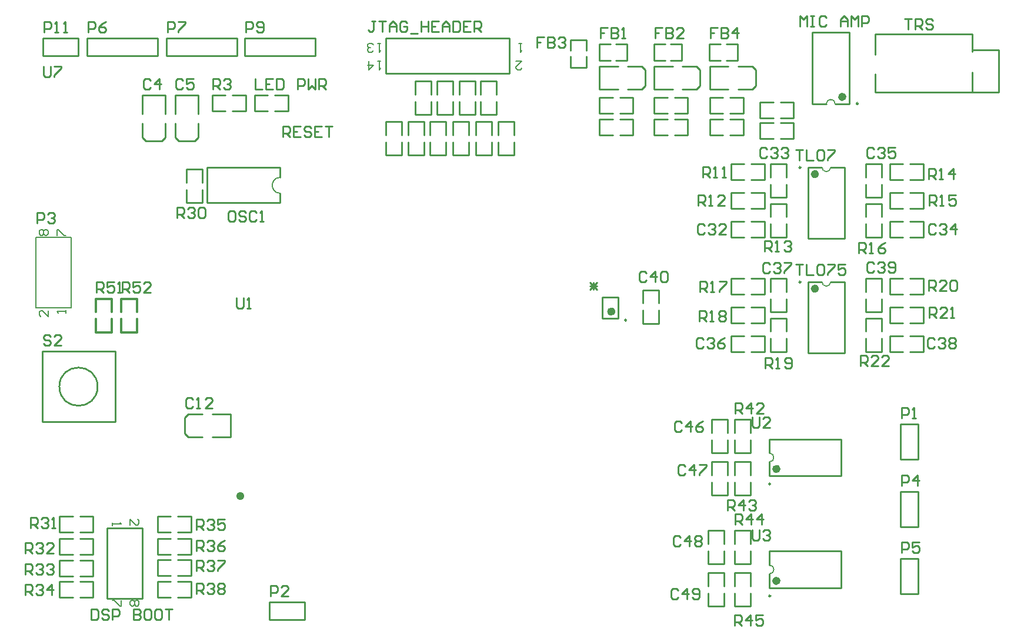
<source format=gto>
G04 Layer_Color=65535*
%FSLAX25Y25*%
%MOIN*%
G70*
G01*
G75*
%ADD25C,0.01000*%
%ADD36C,0.00600*%
%ADD37C,0.00984*%
%ADD38C,0.02362*%
%ADD39C,0.00787*%
%ADD40C,0.01200*%
%ADD41C,0.00800*%
%ADD42C,0.03500*%
D25*
X170478Y262376D02*
G03*
X170478Y262376I-10832J0D01*
G01*
X139173Y282298D02*
X180512D01*
X139173Y242298D02*
X180512D01*
X139173D02*
Y282298D01*
X180512Y242298D02*
Y282298D01*
X232661Y386640D02*
X274000D01*
X232661Y366955D02*
Y386640D01*
Y366955D02*
X274000D01*
Y381140D02*
Y386640D01*
Y366955D02*
Y372140D01*
X221000Y366640D02*
X230000D01*
X221000Y385640D02*
X230000D01*
Y366640D02*
Y374140D01*
X221000Y366640D02*
Y374140D01*
Y378140D02*
Y385640D01*
X230000Y378140D02*
Y385640D01*
X531500Y156640D02*
X540500D01*
X531500Y137640D02*
X540500D01*
X531500Y149140D02*
Y156640D01*
X540500Y149140D02*
Y156640D01*
Y137640D02*
Y145140D01*
X531500Y137640D02*
Y145140D01*
X516500Y156640D02*
X525500D01*
X516500Y137640D02*
X525500D01*
X516500Y149140D02*
Y156640D01*
X525500Y149140D02*
Y156640D01*
Y137640D02*
Y145140D01*
X516500Y137640D02*
Y145140D01*
Y180640D02*
X525500D01*
X516500Y161640D02*
X525500D01*
X516500Y173140D02*
Y180640D01*
X525500Y173140D02*
Y180640D01*
Y161640D02*
Y169140D01*
X516500Y161640D02*
Y169140D01*
X531500Y219640D02*
X540500D01*
X531500Y200640D02*
X540500D01*
X531500Y212140D02*
Y219640D01*
X540500Y212140D02*
Y219640D01*
Y200640D02*
Y208140D01*
X531500Y200640D02*
Y208140D01*
X518500Y219640D02*
X527500D01*
X518500Y200640D02*
X527500D01*
X518500Y212140D02*
Y219640D01*
X527500Y212140D02*
Y219640D01*
Y200640D02*
Y208140D01*
X518500Y200640D02*
Y208140D01*
Y243640D02*
X527500D01*
X518500Y224640D02*
X527500D01*
X518500Y236140D02*
Y243640D01*
X527500Y236140D02*
Y243640D01*
Y224640D02*
Y232140D01*
X518500Y224640D02*
Y232140D01*
X372000Y393640D02*
X381000D01*
X372000Y412640D02*
X381000D01*
Y393640D02*
Y401140D01*
X372000Y393640D02*
Y401140D01*
Y405140D02*
Y412640D01*
X381000Y405140D02*
Y412640D01*
X385000Y393640D02*
X394000D01*
X385000Y412640D02*
X394000D01*
Y393640D02*
Y401140D01*
X385000Y393640D02*
Y401140D01*
Y405140D02*
Y412640D01*
X394000Y405140D02*
Y412640D01*
X334000Y393640D02*
X343000D01*
X334000Y412640D02*
X343000D01*
Y393640D02*
Y401140D01*
X334000Y393640D02*
Y401140D01*
Y405140D02*
Y412640D01*
X343000Y405140D02*
Y412640D01*
X387500Y435640D02*
X396500D01*
X387500Y416640D02*
X396500D01*
X387500Y428140D02*
Y435640D01*
X396500Y428140D02*
Y435640D01*
Y416640D02*
Y424140D01*
X387500Y416640D02*
Y424140D01*
X397500Y393640D02*
X406500D01*
X397500Y412640D02*
X406500D01*
Y393640D02*
Y401140D01*
X397500Y393640D02*
Y401140D01*
Y405140D02*
Y412640D01*
X406500Y405140D02*
Y412640D01*
X346500Y393640D02*
X355500D01*
X346500Y412640D02*
X355500D01*
Y393640D02*
Y401140D01*
X346500Y393640D02*
Y401140D01*
Y405140D02*
Y412640D01*
X355500Y405140D02*
Y412640D01*
X359000D02*
X368000D01*
X359000Y393640D02*
X368000D01*
X359000Y405140D02*
Y412640D01*
X368000Y405140D02*
Y412640D01*
Y393640D02*
Y401140D01*
X359000Y393640D02*
Y401140D01*
X350500Y416640D02*
X359500D01*
X350500Y435640D02*
X359500D01*
Y416640D02*
Y424140D01*
X350500Y416640D02*
Y424140D01*
Y428140D02*
Y435640D01*
X359500Y428140D02*
Y435640D01*
X363000Y416640D02*
X372000D01*
X363000Y435640D02*
X372000D01*
Y416640D02*
Y424140D01*
X363000Y416640D02*
Y424140D01*
Y428140D02*
Y435640D01*
X372000Y428140D02*
Y435640D01*
X227500Y417140D02*
Y427640D01*
X214500Y417140D02*
Y427640D01*
X227500Y403640D02*
Y411640D01*
X214500Y403640D02*
Y411640D01*
Y427640D02*
X227500D01*
X216500Y401640D02*
X225500D01*
X214500Y403640D02*
X216500Y401640D01*
X225500D02*
X227500Y403640D01*
X278500Y418640D02*
Y427640D01*
X259500Y418640D02*
Y427640D01*
X271000D02*
X278500D01*
X271000Y418640D02*
X278500D01*
X259500D02*
X267000D01*
X259500Y427640D02*
X267000D01*
X254500Y418640D02*
Y427640D01*
X235500Y418640D02*
Y427640D01*
X247000D02*
X254500D01*
X247000Y418640D02*
X254500D01*
X235500D02*
X243000D01*
X235500Y427640D02*
X243000D01*
X501542Y447593D02*
Y456648D01*
X485794Y447593D02*
Y456648D01*
X495243Y447593D02*
X501542D01*
X485794D02*
X492093D01*
X495243Y456648D02*
X501542D01*
X485794D02*
X492093D01*
X470542Y447593D02*
Y456648D01*
X454794Y447593D02*
Y456648D01*
X464243Y447593D02*
X470542D01*
X454794D02*
X461093D01*
X464243Y456648D02*
X470542D01*
X454794D02*
X461093D01*
X486000Y444121D02*
X496500D01*
X486000Y431121D02*
X496500D01*
X502000Y444121D02*
X510000D01*
X502000Y431121D02*
X510000D01*
X486000D02*
Y444121D01*
X512000Y433121D02*
Y442121D01*
X510000Y431121D02*
X512000Y433121D01*
X510000Y444121D02*
X512000Y442121D01*
X505000Y405121D02*
Y414121D01*
X486000Y405121D02*
Y414121D01*
X497500D02*
X505000D01*
X497500Y405121D02*
X505000D01*
X486000D02*
X493500D01*
X486000Y414121D02*
X493500D01*
X505000Y417621D02*
Y426621D01*
X486000Y417621D02*
Y426621D01*
X497500D02*
X505000D01*
X497500Y417621D02*
X505000D01*
X486000D02*
X493500D01*
X486000Y426621D02*
X493500D01*
X533042Y447593D02*
Y456648D01*
X517294Y447593D02*
Y456648D01*
X526743Y447593D02*
X533042D01*
X517294D02*
X523593D01*
X526743Y456648D02*
X533042D01*
X517294D02*
X523593D01*
X517500Y444121D02*
X528000D01*
X517500Y431121D02*
X528000D01*
X533500Y444121D02*
X541500D01*
X533500Y431121D02*
X541500D01*
X517500D02*
Y444121D01*
X543500Y433121D02*
Y442121D01*
X541500Y431121D02*
X543500Y433121D01*
X541500Y444121D02*
X543500Y442121D01*
X235500Y233640D02*
X246000D01*
X235500Y246640D02*
X246000D01*
X222000Y233640D02*
X230000D01*
X222000Y246640D02*
X230000D01*
X246000Y233640D02*
Y246640D01*
X220000Y235640D02*
Y244640D01*
X222000Y246640D01*
X220000Y235640D02*
X222000Y233640D01*
X536500Y405121D02*
Y414121D01*
X517500Y405121D02*
Y414121D01*
X529000D02*
X536500D01*
X529000Y405121D02*
X536500D01*
X517500D02*
X525000D01*
X517500Y414121D02*
X525000D01*
X536500Y417621D02*
Y426621D01*
X517500Y417621D02*
Y426621D01*
X529000D02*
X536500D01*
X529000Y417621D02*
X536500D01*
X517500D02*
X525000D01*
X517500Y426621D02*
X525000D01*
X531500Y180640D02*
X540500D01*
X531500Y161640D02*
X540500D01*
X531500Y173140D02*
Y180640D01*
X540500Y173140D02*
Y180640D01*
Y161640D02*
Y169140D01*
X531500Y161640D02*
Y169140D01*
Y243640D02*
X540500D01*
X531500Y224640D02*
X540500D01*
X531500Y236140D02*
Y243640D01*
X540500Y236140D02*
Y243640D01*
Y224640D02*
Y232140D01*
X531500Y224640D02*
Y232140D01*
X288000Y130140D02*
Y140140D01*
X268000Y130140D02*
X288000D01*
X268000D02*
Y140140D01*
X288000D01*
X625500Y221140D02*
X635500D01*
X625500D02*
Y241140D01*
X635500D01*
Y221140D02*
Y241140D01*
X159500Y450140D02*
Y460140D01*
X139500Y450140D02*
X159500D01*
X139500D02*
Y460140D01*
X159500D01*
X625500Y164640D02*
X635500D01*
Y144640D02*
Y164640D01*
X625500Y144640D02*
X635500D01*
X625500D02*
Y164640D01*
Y182890D02*
X635500D01*
X625500D02*
Y202890D01*
X635500D01*
Y182890D02*
Y202890D01*
X254000Y450140D02*
Y460140D01*
X294000D01*
X254000Y450140D02*
X294000D01*
Y460140D01*
X209500Y450140D02*
Y460140D01*
X249500D01*
X209500Y450140D02*
X249500D01*
Y460140D01*
X164500Y450140D02*
Y460140D01*
X204500D01*
X164500Y450140D02*
X204500D01*
Y460140D01*
X465528Y301038D02*
Y313243D01*
X456472Y301038D02*
Y313243D01*
Y301038D02*
X465528D01*
X456472Y313243D02*
X465528D01*
X596433Y422865D02*
Y463416D01*
X575567Y422865D02*
Y463416D01*
X588500Y422865D02*
X596433D01*
X575567D02*
X583500D01*
X575567Y463416D02*
X596433D01*
X209000Y417140D02*
Y427640D01*
X196000Y417140D02*
Y427640D01*
X209000Y403640D02*
Y411640D01*
X196000Y403640D02*
Y411640D01*
Y427640D02*
X209000D01*
X198000Y401640D02*
X207000D01*
X196000Y403640D02*
X198000Y401640D01*
X207000D02*
X209000Y403640D01*
X573067Y281365D02*
Y321916D01*
X593933Y281365D02*
Y321916D01*
X573067D02*
X581000D01*
X586000D02*
X593933D01*
X573067Y281365D02*
X593933D01*
X606000Y323640D02*
X615000D01*
X606000Y304640D02*
X615000D01*
X606000Y316140D02*
Y323640D01*
X615000Y316140D02*
Y323640D01*
Y304640D02*
Y312140D01*
X606000Y304640D02*
Y312140D01*
X548500Y282140D02*
Y291140D01*
X529500Y282140D02*
Y291140D01*
X541000D02*
X548500D01*
X541000Y282140D02*
X548500D01*
X529500D02*
X537000D01*
X529500Y291140D02*
X537000D01*
X552000Y282140D02*
X561000D01*
X552000Y301140D02*
X561000D01*
Y282140D02*
Y289640D01*
X552000Y282140D02*
Y289640D01*
Y293640D02*
Y301140D01*
X561000Y293640D02*
Y301140D01*
X548500Y298390D02*
Y307390D01*
X529500Y298390D02*
Y307390D01*
X541000D02*
X548500D01*
X541000Y298390D02*
X548500D01*
X529500D02*
X537000D01*
X529500Y307390D02*
X537000D01*
X619500Y282140D02*
Y291140D01*
X638500Y282140D02*
Y291140D01*
X619500Y282140D02*
X627000D01*
X619500Y291140D02*
X627000D01*
X631000D02*
X638500D01*
X631000Y282140D02*
X638500D01*
X606000D02*
X615000D01*
X606000Y301140D02*
X615000D01*
Y282140D02*
Y289640D01*
X606000Y282140D02*
Y289640D01*
Y293640D02*
Y301140D01*
X615000Y293640D02*
Y301140D01*
X619500Y298390D02*
Y307390D01*
X638500Y298390D02*
Y307390D01*
X619500Y298390D02*
X627000D01*
X619500Y307390D02*
X627000D01*
X631000D02*
X638500D01*
X631000Y298390D02*
X638500D01*
X546000Y414640D02*
Y423640D01*
X565000Y414640D02*
Y423640D01*
X546000Y414640D02*
X553500D01*
X546000Y423640D02*
X553500D01*
X557500D02*
X565000D01*
X557500Y414640D02*
X565000D01*
X573067Y346365D02*
Y386916D01*
X593933Y346365D02*
Y386916D01*
X573067D02*
X581000D01*
X586000D02*
X593933D01*
X573067Y346365D02*
X593933D01*
X606000Y388640D02*
X615000D01*
X606000Y369640D02*
X615000D01*
X606000Y381140D02*
Y388640D01*
X615000Y381140D02*
Y388640D01*
Y369640D02*
Y377140D01*
X606000Y369640D02*
Y377140D01*
Y347140D02*
X615000D01*
X606000Y366140D02*
X615000D01*
Y347140D02*
Y354640D01*
X606000Y347140D02*
Y354640D01*
Y358640D02*
Y366140D01*
X615000Y358640D02*
Y366140D01*
X529500Y363390D02*
Y372390D01*
X548500Y363390D02*
Y372390D01*
X529500Y363390D02*
X537000D01*
X529500Y372390D02*
X537000D01*
X541000D02*
X548500D01*
X541000Y363390D02*
X548500D01*
X552000Y347140D02*
X561000D01*
X552000Y366140D02*
X561000D01*
Y347140D02*
Y354640D01*
X552000Y347140D02*
Y354640D01*
Y358640D02*
Y366140D01*
X561000Y358640D02*
Y366140D01*
X548500Y347140D02*
Y356140D01*
X529500Y347140D02*
Y356140D01*
X541000D02*
X548500D01*
X541000Y347140D02*
X548500D01*
X529500D02*
X537000D01*
X529500Y356140D02*
X537000D01*
X619500Y347140D02*
Y356140D01*
X638500Y347140D02*
Y356140D01*
X619500Y347140D02*
X627000D01*
X619500Y356140D02*
X627000D01*
X631000D02*
X638500D01*
X631000Y347140D02*
X638500D01*
X619500Y363390D02*
Y372390D01*
X638500Y363390D02*
Y372390D01*
X619500Y363390D02*
X627000D01*
X619500Y372390D02*
X627000D01*
X631000D02*
X638500D01*
X631000Y363390D02*
X638500D01*
X529500Y314640D02*
Y323640D01*
X548500Y314640D02*
Y323640D01*
X529500Y314640D02*
X537000D01*
X529500Y323640D02*
X537000D01*
X541000D02*
X548500D01*
X541000Y314640D02*
X548500D01*
X552000Y323640D02*
X561000D01*
X552000Y304640D02*
X561000D01*
X552000Y316140D02*
Y323640D01*
X561000Y316140D02*
Y323640D01*
Y304640D02*
Y312140D01*
X552000Y304640D02*
Y312140D01*
X529500Y379640D02*
Y388640D01*
X548500Y379640D02*
Y388640D01*
X529500Y379640D02*
X537000D01*
X529500Y388640D02*
X537000D01*
X541000D02*
X548500D01*
X541000Y379640D02*
X548500D01*
X552000Y388640D02*
X561000D01*
X552000Y369640D02*
X561000D01*
X552000Y381140D02*
Y388640D01*
X561000Y381140D02*
Y388640D01*
Y369640D02*
Y377140D01*
X552000Y369640D02*
Y377140D01*
X619500Y379640D02*
Y388640D01*
X638500Y379640D02*
Y388640D01*
X619500Y379640D02*
X627000D01*
X619500Y388640D02*
X627000D01*
X631000D02*
X638500D01*
X631000Y379640D02*
X638500D01*
X619500Y314640D02*
Y323640D01*
X638500Y314640D02*
Y323640D01*
X619500Y314640D02*
X627000D01*
X619500Y323640D02*
X627000D01*
X631000D02*
X638500D01*
X631000Y314640D02*
X638500D01*
X565000Y403140D02*
Y412140D01*
X546000Y403140D02*
Y412140D01*
X557500D02*
X565000D01*
X557500Y403140D02*
X565000D01*
X546000D02*
X553500D01*
X546000Y412140D02*
X553500D01*
X551224Y148207D02*
X591776D01*
X551224Y169073D02*
X591776D01*
X551224Y148207D02*
Y156140D01*
Y161140D02*
Y169073D01*
X591776Y148207D02*
Y169073D01*
X551224Y211707D02*
X591776D01*
X551224Y232573D02*
X591776D01*
X551224Y211707D02*
Y219640D01*
Y224640D02*
Y232573D01*
X591776Y211707D02*
Y232573D01*
X479500Y317140D02*
X488500D01*
X479500Y298140D02*
X488500D01*
X479500Y309640D02*
Y317140D01*
X488500Y309640D02*
Y317140D01*
Y298140D02*
Y305640D01*
X479500Y298140D02*
Y305640D01*
X438472Y443526D02*
X447528D01*
X438472Y459274D02*
X447528D01*
X438472Y443526D02*
Y449825D01*
Y452975D02*
Y459274D01*
X447528Y443526D02*
Y449825D01*
Y452975D02*
Y459274D01*
X455000Y444121D02*
X465500D01*
X455000Y431121D02*
X465500D01*
X471000Y444121D02*
X479000D01*
X471000Y431121D02*
X479000D01*
X455000D02*
Y444121D01*
X481000Y433121D02*
Y442121D01*
X479000Y431121D02*
X481000Y433121D01*
X479000Y444121D02*
X481000Y442121D01*
X474000Y417621D02*
Y426621D01*
X455000Y417621D02*
Y426621D01*
X466500D02*
X474000D01*
X466500Y417621D02*
X474000D01*
X455000D02*
X462500D01*
X455000Y426621D02*
X462500D01*
X474000Y405121D02*
Y414121D01*
X455000Y405121D02*
Y414121D01*
X466500D02*
X474000D01*
X466500Y405121D02*
X474000D01*
X455000D02*
X462500D01*
X455000Y414121D02*
X462500D01*
X375500Y416640D02*
X384500D01*
X375500Y435640D02*
X384500D01*
Y416640D02*
Y424140D01*
X375500Y416640D02*
Y424140D01*
Y428140D02*
Y435640D01*
X384500Y428140D02*
Y435640D01*
X666100Y453340D02*
X681100D01*
Y429340D02*
Y453340D01*
X666100Y429340D02*
X681100D01*
X611100Y462340D02*
X666100D01*
X611100Y429340D02*
X666100D01*
X611100D02*
Y439840D01*
Y450840D02*
Y462340D01*
X666100Y452340D02*
Y462340D01*
Y429340D02*
Y440840D01*
X176000Y142140D02*
Y182140D01*
X196000Y142140D02*
Y182140D01*
X176000D02*
X196000D01*
X176000Y142140D02*
X196000D01*
X149000Y179640D02*
Y188640D01*
X168000Y179640D02*
Y188640D01*
X149000Y179640D02*
X156500D01*
X149000Y188640D02*
X156500D01*
X160500D02*
X168000D01*
X160500Y179640D02*
X168000D01*
X149000Y167140D02*
Y176140D01*
X168000Y167140D02*
Y176140D01*
X149000Y167140D02*
X156500D01*
X149000Y176140D02*
X156500D01*
X160500D02*
X168000D01*
X160500Y167140D02*
X168000D01*
X149000Y154640D02*
Y163640D01*
X168000Y154640D02*
Y163640D01*
X149000Y154640D02*
X156500D01*
X149000Y163640D02*
X156500D01*
X160500D02*
X168000D01*
X160500Y154640D02*
X168000D01*
X149000Y142640D02*
Y151640D01*
X168000Y142640D02*
Y151640D01*
X149000Y142640D02*
X156500D01*
X149000Y151640D02*
X156500D01*
X160500D02*
X168000D01*
X160500Y142640D02*
X168000D01*
X204500Y179640D02*
Y188640D01*
X223500Y179640D02*
Y188640D01*
X204500Y179640D02*
X212000D01*
X204500Y188640D02*
X212000D01*
X216000D02*
X223500D01*
X216000Y179640D02*
X223500D01*
X204500Y167140D02*
Y176140D01*
X223500Y167140D02*
Y176140D01*
X204500Y167140D02*
X212000D01*
X204500Y176140D02*
X212000D01*
X216000D02*
X223500D01*
X216000Y167140D02*
X223500D01*
X204500Y155140D02*
Y164140D01*
X223500Y155140D02*
Y164140D01*
X204500Y155140D02*
X212000D01*
X204500Y164140D02*
X212000D01*
X216000D02*
X223500D01*
X216000Y155140D02*
X223500D01*
X204500Y142640D02*
Y151640D01*
X223500Y142640D02*
Y151640D01*
X204500Y142640D02*
X212000D01*
X204500Y151640D02*
X212000D01*
X216000D02*
X223500D01*
X216000Y142640D02*
X223500D01*
X334000Y440140D02*
Y460140D01*
X404000Y440140D02*
Y460140D01*
X334000Y440140D02*
X404000D01*
X334000Y460140D02*
X404000D01*
X136100Y355240D02*
Y361238D01*
X139099D01*
X140099Y360239D01*
Y358239D01*
X139099Y357240D01*
X136100D01*
X142098Y360239D02*
X143098Y361238D01*
X145097D01*
X146097Y360239D01*
Y359239D01*
X145097Y358239D01*
X144097D01*
X145097D01*
X146097Y357240D01*
Y356240D01*
X145097Y355240D01*
X143098D01*
X142098Y356240D01*
X143699Y290839D02*
X142699Y291838D01*
X140700D01*
X139700Y290839D01*
Y289839D01*
X140700Y288839D01*
X142699D01*
X143699Y287840D01*
Y286840D01*
X142699Y285840D01*
X140700D01*
X139700Y286840D01*
X149697Y285840D02*
X145698D01*
X149697Y289839D01*
Y290839D01*
X148697Y291838D01*
X146698D01*
X145698Y290839D01*
X184400Y315740D02*
Y321738D01*
X187399D01*
X188399Y320739D01*
Y318739D01*
X187399Y317740D01*
X184400D01*
X186399D02*
X188399Y315740D01*
X194397Y321738D02*
X190398D01*
Y318739D01*
X192397Y319739D01*
X193397D01*
X194397Y318739D01*
Y316740D01*
X193397Y315740D01*
X191398D01*
X190398Y316740D01*
X200395Y315740D02*
X196396D01*
X200395Y319739D01*
Y320739D01*
X199395Y321738D01*
X197396D01*
X196396Y320739D01*
X169850Y315790D02*
Y321788D01*
X172849D01*
X173849Y320789D01*
Y318789D01*
X172849Y317790D01*
X169850D01*
X171849D02*
X173849Y315790D01*
X179847Y321788D02*
X175848D01*
Y318789D01*
X177847Y319789D01*
X178847D01*
X179847Y318789D01*
Y316790D01*
X178847Y315790D01*
X176848D01*
X175848Y316790D01*
X181846Y315790D02*
X183845D01*
X182846D01*
Y321788D01*
X181846Y320789D01*
X140000Y444038D02*
Y439040D01*
X141000Y438040D01*
X142999D01*
X143999Y439040D01*
Y444038D01*
X145998D02*
X149997D01*
Y443039D01*
X145998Y439040D01*
Y438040D01*
X541500Y181138D02*
Y176140D01*
X542500Y175140D01*
X544499D01*
X545499Y176140D01*
Y181138D01*
X547498Y180139D02*
X548498Y181138D01*
X550497D01*
X551497Y180139D01*
Y179139D01*
X550497Y178139D01*
X549497D01*
X550497D01*
X551497Y177139D01*
Y176140D01*
X550497Y175140D01*
X548498D01*
X547498Y176140D01*
X541500Y245138D02*
Y240140D01*
X542500Y239140D01*
X544499D01*
X545499Y240140D01*
Y245138D01*
X551497Y239140D02*
X547498D01*
X551497Y243139D01*
Y244139D01*
X550497Y245138D01*
X548498D01*
X547498Y244139D01*
X249200Y312838D02*
Y307840D01*
X250200Y306840D01*
X252199D01*
X253199Y307840D01*
Y312838D01*
X255198Y306840D02*
X257197D01*
X256198D01*
Y312838D01*
X255198Y311839D01*
X628000Y471138D02*
X631999D01*
X629999D01*
Y465140D01*
X633998D02*
Y471138D01*
X636997D01*
X637997Y470139D01*
Y468139D01*
X636997Y467139D01*
X633998D01*
X635997D02*
X637997Y465140D01*
X643995Y470139D02*
X642995Y471138D01*
X640996D01*
X639996Y470139D01*
Y469139D01*
X640996Y468139D01*
X642995D01*
X643995Y467139D01*
Y466140D01*
X642995Y465140D01*
X640996D01*
X639996Y466140D01*
X566100Y331738D02*
X570099D01*
X568099D01*
Y325740D01*
X572098Y331738D02*
Y325740D01*
X576097D01*
X578096Y330738D02*
X579096Y331738D01*
X581095D01*
X582095Y330738D01*
Y326740D01*
X581095Y325740D01*
X579096D01*
X578096Y326740D01*
Y330738D01*
X584094Y331738D02*
X588093D01*
Y330738D01*
X584094Y326740D01*
Y325740D01*
X594091Y331738D02*
X590092D01*
Y328739D01*
X592092Y329739D01*
X593091D01*
X594091Y328739D01*
Y326740D01*
X593091Y325740D01*
X591092D01*
X590092Y326740D01*
X566100Y396738D02*
X570099D01*
X568099D01*
Y390740D01*
X572098Y396738D02*
Y390740D01*
X576097D01*
X578096Y395739D02*
X579096Y396738D01*
X581095D01*
X582095Y395739D01*
Y391740D01*
X581095Y390740D01*
X579096D01*
X578096Y391740D01*
Y395739D01*
X584094Y396738D02*
X588093D01*
Y395739D01*
X584094Y391740D01*
Y390740D01*
X275500Y404140D02*
Y410138D01*
X278499D01*
X279499Y409138D01*
Y407139D01*
X278499Y406140D01*
X275500D01*
X277499D02*
X279499Y404140D01*
X285497Y410138D02*
X281498D01*
Y404140D01*
X285497D01*
X281498Y407139D02*
X283497D01*
X291495Y409138D02*
X290495Y410138D01*
X288496D01*
X287496Y409138D01*
Y408139D01*
X288496Y407139D01*
X290495D01*
X291495Y406140D01*
Y405140D01*
X290495Y404140D01*
X288496D01*
X287496Y405140D01*
X297493Y410138D02*
X293494D01*
Y404140D01*
X297493D01*
X293494Y407139D02*
X295494D01*
X299492Y410138D02*
X303491D01*
X301492D01*
Y404140D01*
X531500Y126640D02*
Y132638D01*
X534499D01*
X535499Y131639D01*
Y129639D01*
X534499Y128639D01*
X531500D01*
X533499D02*
X535499Y126640D01*
X540497D02*
Y132638D01*
X537498Y129639D01*
X541497D01*
X547495Y132638D02*
X543496D01*
Y129639D01*
X545496Y130639D01*
X546495D01*
X547495Y129639D01*
Y127640D01*
X546495Y126640D01*
X544496D01*
X543496Y127640D01*
X531850Y184290D02*
Y190288D01*
X534849D01*
X535849Y189288D01*
Y187289D01*
X534849Y186290D01*
X531850D01*
X533849D02*
X535849Y184290D01*
X540847D02*
Y190288D01*
X537848Y187289D01*
X541847D01*
X546845Y184290D02*
Y190288D01*
X543846Y187289D01*
X547845D01*
X527500Y192140D02*
Y198138D01*
X530499D01*
X531499Y197139D01*
Y195139D01*
X530499Y194140D01*
X527500D01*
X529499D02*
X531499Y192140D01*
X536497D02*
Y198138D01*
X533498Y195139D01*
X537497D01*
X539496Y197139D02*
X540496Y198138D01*
X542495D01*
X543495Y197139D01*
Y196139D01*
X542495Y195139D01*
X541496D01*
X542495D01*
X543495Y194140D01*
Y193140D01*
X542495Y192140D01*
X540496D01*
X539496Y193140D01*
X531850Y247290D02*
Y253288D01*
X534849D01*
X535849Y252289D01*
Y250289D01*
X534849Y249289D01*
X531850D01*
X533849D02*
X535849Y247290D01*
X540847D02*
Y253288D01*
X537848Y250289D01*
X541847D01*
X547845Y247290D02*
X543846D01*
X547845Y251289D01*
Y252289D01*
X546845Y253288D01*
X544846D01*
X543846Y252289D01*
X226500Y144640D02*
Y150638D01*
X229499D01*
X230499Y149638D01*
Y147639D01*
X229499Y146640D01*
X226500D01*
X228499D02*
X230499Y144640D01*
X232498Y149638D02*
X233498Y150638D01*
X235497D01*
X236497Y149638D01*
Y148639D01*
X235497Y147639D01*
X234497D01*
X235497D01*
X236497Y146640D01*
Y145640D01*
X235497Y144640D01*
X233498D01*
X232498Y145640D01*
X238496Y149638D02*
X239496Y150638D01*
X241495D01*
X242495Y149638D01*
Y148639D01*
X241495Y147639D01*
X242495Y146640D01*
Y145640D01*
X241495Y144640D01*
X239496D01*
X238496Y145640D01*
Y146640D01*
X239496Y147639D01*
X238496Y148639D01*
Y149638D01*
X239496Y147639D02*
X241495D01*
X226500Y157640D02*
Y163638D01*
X229499D01*
X230499Y162638D01*
Y160639D01*
X229499Y159640D01*
X226500D01*
X228499D02*
X230499Y157640D01*
X232498Y162638D02*
X233498Y163638D01*
X235497D01*
X236497Y162638D01*
Y161639D01*
X235497Y160639D01*
X234497D01*
X235497D01*
X236497Y159640D01*
Y158640D01*
X235497Y157640D01*
X233498D01*
X232498Y158640D01*
X238496Y163638D02*
X242495D01*
Y162638D01*
X238496Y158640D01*
Y157640D01*
X226500Y169140D02*
Y175138D01*
X229499D01*
X230499Y174138D01*
Y172139D01*
X229499Y171140D01*
X226500D01*
X228499D02*
X230499Y169140D01*
X232498Y174138D02*
X233498Y175138D01*
X235497D01*
X236497Y174138D01*
Y173139D01*
X235497Y172139D01*
X234497D01*
X235497D01*
X236497Y171140D01*
Y170140D01*
X235497Y169140D01*
X233498D01*
X232498Y170140D01*
X242495Y175138D02*
X240495Y174138D01*
X238496Y172139D01*
Y170140D01*
X239496Y169140D01*
X241495D01*
X242495Y170140D01*
Y171140D01*
X241495Y172139D01*
X238496D01*
X226500Y181140D02*
Y187138D01*
X229499D01*
X230499Y186138D01*
Y184139D01*
X229499Y183140D01*
X226500D01*
X228499D02*
X230499Y181140D01*
X232498Y186138D02*
X233498Y187138D01*
X235497D01*
X236497Y186138D01*
Y185139D01*
X235497Y184139D01*
X234497D01*
X235497D01*
X236497Y183140D01*
Y182140D01*
X235497Y181140D01*
X233498D01*
X232498Y182140D01*
X242495Y187138D02*
X238496D01*
Y184139D01*
X240495Y185139D01*
X241495D01*
X242495Y184139D01*
Y182140D01*
X241495Y181140D01*
X239496D01*
X238496Y182140D01*
X129500Y144140D02*
Y150138D01*
X132499D01*
X133499Y149138D01*
Y147139D01*
X132499Y146140D01*
X129500D01*
X131499D02*
X133499Y144140D01*
X135498Y149138D02*
X136498Y150138D01*
X138497D01*
X139497Y149138D01*
Y148139D01*
X138497Y147139D01*
X137497D01*
X138497D01*
X139497Y146140D01*
Y145140D01*
X138497Y144140D01*
X136498D01*
X135498Y145140D01*
X144495Y144140D02*
Y150138D01*
X141496Y147139D01*
X145495D01*
X129500Y155640D02*
Y161638D01*
X132499D01*
X133499Y160638D01*
Y158639D01*
X132499Y157640D01*
X129500D01*
X131499D02*
X133499Y155640D01*
X135498Y160638D02*
X136498Y161638D01*
X138497D01*
X139497Y160638D01*
Y159639D01*
X138497Y158639D01*
X137497D01*
X138497D01*
X139497Y157640D01*
Y156640D01*
X138497Y155640D01*
X136498D01*
X135498Y156640D01*
X141496Y160638D02*
X142496Y161638D01*
X144495D01*
X145495Y160638D01*
Y159639D01*
X144495Y158639D01*
X143496D01*
X144495D01*
X145495Y157640D01*
Y156640D01*
X144495Y155640D01*
X142496D01*
X141496Y156640D01*
X129500Y167640D02*
Y173638D01*
X132499D01*
X133499Y172638D01*
Y170639D01*
X132499Y169640D01*
X129500D01*
X131499D02*
X133499Y167640D01*
X135498Y172638D02*
X136498Y173638D01*
X138497D01*
X139497Y172638D01*
Y171639D01*
X138497Y170639D01*
X137497D01*
X138497D01*
X139497Y169640D01*
Y168640D01*
X138497Y167640D01*
X136498D01*
X135498Y168640D01*
X145495Y167640D02*
X141496D01*
X145495Y171639D01*
Y172638D01*
X144495Y173638D01*
X142496D01*
X141496Y172638D01*
X132500Y182140D02*
Y188138D01*
X135499D01*
X136499Y187138D01*
Y185139D01*
X135499Y184140D01*
X132500D01*
X134499D02*
X136499Y182140D01*
X138498Y187138D02*
X139498Y188138D01*
X141497D01*
X142497Y187138D01*
Y186139D01*
X141497Y185139D01*
X140497D01*
X141497D01*
X142497Y184140D01*
Y183140D01*
X141497Y182140D01*
X139498D01*
X138498Y183140D01*
X144496Y182140D02*
X146495D01*
X145496D01*
Y188138D01*
X144496Y187138D01*
X215500Y358140D02*
Y364138D01*
X218499D01*
X219499Y363139D01*
Y361139D01*
X218499Y360139D01*
X215500D01*
X217499D02*
X219499Y358140D01*
X221498Y363139D02*
X222498Y364138D01*
X224497D01*
X225497Y363139D01*
Y362139D01*
X224497Y361139D01*
X223497D01*
X224497D01*
X225497Y360139D01*
Y359140D01*
X224497Y358140D01*
X222498D01*
X221498Y359140D01*
X227496Y363139D02*
X228496Y364138D01*
X230495D01*
X231495Y363139D01*
Y359140D01*
X230495Y358140D01*
X228496D01*
X227496Y359140D01*
Y363139D01*
X603000Y274140D02*
Y280138D01*
X605999D01*
X606999Y279138D01*
Y277139D01*
X605999Y276139D01*
X603000D01*
X604999D02*
X606999Y274140D01*
X612997D02*
X608998D01*
X612997Y278139D01*
Y279138D01*
X611997Y280138D01*
X609998D01*
X608998Y279138D01*
X618995Y274140D02*
X614996D01*
X618995Y278139D01*
Y279138D01*
X617995Y280138D01*
X615996D01*
X614996Y279138D01*
X642000Y301390D02*
Y307388D01*
X644999D01*
X645999Y306388D01*
Y304389D01*
X644999Y303390D01*
X642000D01*
X643999D02*
X645999Y301390D01*
X651997D02*
X647998D01*
X651997Y305389D01*
Y306388D01*
X650997Y307388D01*
X648998D01*
X647998Y306388D01*
X653996Y301390D02*
X655996D01*
X654996D01*
Y307388D01*
X653996Y306388D01*
X641500Y316640D02*
Y322638D01*
X644499D01*
X645499Y321638D01*
Y319639D01*
X644499Y318639D01*
X641500D01*
X643499D02*
X645499Y316640D01*
X651497D02*
X647498D01*
X651497Y320639D01*
Y321638D01*
X650497Y322638D01*
X648498D01*
X647498Y321638D01*
X653496D02*
X654496Y322638D01*
X656495D01*
X657495Y321638D01*
Y317640D01*
X656495Y316640D01*
X654496D01*
X653496Y317640D01*
Y321638D01*
X549000Y272640D02*
Y278638D01*
X551999D01*
X552999Y277639D01*
Y275639D01*
X551999Y274640D01*
X549000D01*
X550999D02*
X552999Y272640D01*
X554998D02*
X556997D01*
X555998D01*
Y278638D01*
X554998Y277639D01*
X559996Y273640D02*
X560996Y272640D01*
X562995D01*
X563995Y273640D01*
Y277639D01*
X562995Y278638D01*
X560996D01*
X559996Y277639D01*
Y276639D01*
X560996Y275639D01*
X563995D01*
X511500Y299390D02*
Y305388D01*
X514499D01*
X515499Y304388D01*
Y302389D01*
X514499Y301390D01*
X511500D01*
X513499D02*
X515499Y299390D01*
X517498D02*
X519497D01*
X518498D01*
Y305388D01*
X517498Y304388D01*
X522496D02*
X523496Y305388D01*
X525495D01*
X526495Y304388D01*
Y303389D01*
X525495Y302389D01*
X526495Y301390D01*
Y300390D01*
X525495Y299390D01*
X523496D01*
X522496Y300390D01*
Y301390D01*
X523496Y302389D01*
X522496Y303389D01*
Y304388D01*
X523496Y302389D02*
X525495D01*
X512000Y316140D02*
Y322138D01*
X514999D01*
X515999Y321139D01*
Y319139D01*
X514999Y318140D01*
X512000D01*
X513999D02*
X515999Y316140D01*
X517998D02*
X519997D01*
X518998D01*
Y322138D01*
X517998Y321139D01*
X522996Y322138D02*
X526995D01*
Y321139D01*
X522996Y317140D01*
Y316140D01*
X602000Y338140D02*
Y344138D01*
X604999D01*
X605999Y343139D01*
Y341139D01*
X604999Y340140D01*
X602000D01*
X603999D02*
X605999Y338140D01*
X607998D02*
X609997D01*
X608998D01*
Y344138D01*
X607998Y343139D01*
X616995Y344138D02*
X614996Y343139D01*
X612996Y341139D01*
Y339140D01*
X613996Y338140D01*
X615996D01*
X616995Y339140D01*
Y340140D01*
X615996Y341139D01*
X612996D01*
X642000Y365140D02*
Y371138D01*
X644999D01*
X645999Y370139D01*
Y368139D01*
X644999Y367140D01*
X642000D01*
X643999D02*
X645999Y365140D01*
X647998D02*
X649997D01*
X648998D01*
Y371138D01*
X647998Y370139D01*
X656995Y371138D02*
X652996D01*
Y368139D01*
X654996Y369139D01*
X655996D01*
X656995Y368139D01*
Y366140D01*
X655996Y365140D01*
X653996D01*
X652996Y366140D01*
X641500Y380140D02*
Y386138D01*
X644499D01*
X645499Y385139D01*
Y383139D01*
X644499Y382139D01*
X641500D01*
X643499D02*
X645499Y380140D01*
X647498D02*
X649497D01*
X648498D01*
Y386138D01*
X647498Y385139D01*
X655496Y380140D02*
Y386138D01*
X652496Y383139D01*
X656495D01*
X548500Y339140D02*
Y345138D01*
X551499D01*
X552499Y344139D01*
Y342139D01*
X551499Y341140D01*
X548500D01*
X550499D02*
X552499Y339140D01*
X554498D02*
X556497D01*
X555498D01*
Y345138D01*
X554498Y344139D01*
X559496D02*
X560496Y345138D01*
X562496D01*
X563495Y344139D01*
Y343139D01*
X562496Y342139D01*
X561496D01*
X562496D01*
X563495Y341140D01*
Y340140D01*
X562496Y339140D01*
X560496D01*
X559496Y340140D01*
X511000Y365140D02*
Y371138D01*
X513999D01*
X514999Y370139D01*
Y368139D01*
X513999Y367140D01*
X511000D01*
X512999D02*
X514999Y365140D01*
X516998D02*
X518997D01*
X517998D01*
Y371138D01*
X516998Y370139D01*
X525995Y365140D02*
X521996D01*
X525995Y369139D01*
Y370139D01*
X524996Y371138D01*
X522996D01*
X521996Y370139D01*
X513500Y381140D02*
Y387138D01*
X516499D01*
X517499Y386139D01*
Y384139D01*
X516499Y383139D01*
X513500D01*
X515499D02*
X517499Y381140D01*
X519498D02*
X521497D01*
X520498D01*
Y387138D01*
X519498Y386139D01*
X524496Y381140D02*
X526496D01*
X525496D01*
Y387138D01*
X524496Y386139D01*
X235900Y431240D02*
Y437238D01*
X238899D01*
X239899Y436238D01*
Y434239D01*
X238899Y433240D01*
X235900D01*
X237899D02*
X239899Y431240D01*
X241898Y436238D02*
X242898Y437238D01*
X244897D01*
X245897Y436238D01*
Y435239D01*
X244897Y434239D01*
X243897D01*
X244897D01*
X245897Y433240D01*
Y432240D01*
X244897Y431240D01*
X242898D01*
X241898Y432240D01*
X140100Y463540D02*
Y469538D01*
X143099D01*
X144099Y468539D01*
Y466539D01*
X143099Y465540D01*
X140100D01*
X146098Y463540D02*
X148097D01*
X147098D01*
Y469538D01*
X146098Y468539D01*
X151096Y463540D02*
X153096D01*
X152096D01*
Y469538D01*
X151096Y468539D01*
X254600Y463540D02*
Y469538D01*
X257599D01*
X258599Y468539D01*
Y466539D01*
X257599Y465540D01*
X254600D01*
X260598Y464540D02*
X261598Y463540D01*
X263597D01*
X264597Y464540D01*
Y468539D01*
X263597Y469538D01*
X261598D01*
X260598Y468539D01*
Y467539D01*
X261598Y466539D01*
X264597D01*
X210100Y463540D02*
Y469538D01*
X213099D01*
X214099Y468539D01*
Y466539D01*
X213099Y465540D01*
X210100D01*
X216098Y469538D02*
X220097D01*
Y468539D01*
X216098Y464540D01*
Y463540D01*
X165100D02*
Y469538D01*
X168099D01*
X169099Y468539D01*
Y466539D01*
X168099Y465540D01*
X165100D01*
X175097Y469538D02*
X173097Y468539D01*
X171098Y466539D01*
Y464540D01*
X172098Y463540D01*
X174097D01*
X175097Y464540D01*
Y465540D01*
X174097Y466539D01*
X171098D01*
X626150Y167990D02*
Y173988D01*
X629149D01*
X630149Y172988D01*
Y170989D01*
X629149Y169990D01*
X626150D01*
X636147Y173988D02*
X632148D01*
Y170989D01*
X634147Y171989D01*
X635147D01*
X636147Y170989D01*
Y168990D01*
X635147Y167990D01*
X633148D01*
X632148Y168990D01*
X626100Y206290D02*
Y212288D01*
X629099D01*
X630099Y211288D01*
Y209289D01*
X629099Y208290D01*
X626100D01*
X635097Y206290D02*
Y212288D01*
X632098Y209289D01*
X636097D01*
X268600Y143540D02*
Y149538D01*
X271599D01*
X272599Y148538D01*
Y146539D01*
X271599Y145539D01*
X268600D01*
X278597Y143540D02*
X274598D01*
X278597Y147539D01*
Y148538D01*
X277597Y149538D01*
X275598D01*
X274598Y148538D01*
X626100Y244540D02*
Y250538D01*
X629099D01*
X630099Y249538D01*
Y247539D01*
X629099Y246539D01*
X626100D01*
X632098Y244540D02*
X634097D01*
X633098D01*
Y250538D01*
X632098Y249538D01*
X247499Y362138D02*
X245500D01*
X244500Y361139D01*
Y357140D01*
X245500Y356140D01*
X247499D01*
X248499Y357140D01*
Y361139D01*
X247499Y362138D01*
X254497Y361139D02*
X253497Y362138D01*
X251498D01*
X250498Y361139D01*
Y360139D01*
X251498Y359139D01*
X253497D01*
X254497Y358139D01*
Y357140D01*
X253497Y356140D01*
X251498D01*
X250498Y357140D01*
X260495Y361139D02*
X259495Y362138D01*
X257496D01*
X256496Y361139D01*
Y357140D01*
X257496Y356140D01*
X259495D01*
X260495Y357140D01*
X262494Y356140D02*
X264493D01*
X263494D01*
Y362138D01*
X262494Y361139D01*
X568600Y466840D02*
Y472838D01*
X570599Y470839D01*
X572599Y472838D01*
Y466840D01*
X574598Y472838D02*
X576597D01*
X575598D01*
Y466840D01*
X574598D01*
X576597D01*
X583595Y471839D02*
X582595Y472838D01*
X580596D01*
X579596Y471839D01*
Y467840D01*
X580596Y466840D01*
X582595D01*
X583595Y467840D01*
X591593Y466840D02*
Y470839D01*
X593592Y472838D01*
X595591Y470839D01*
Y466840D01*
Y469839D01*
X591593D01*
X597591Y466840D02*
Y472838D01*
X599590Y470839D01*
X601589Y472838D01*
Y466840D01*
X603589D02*
Y472838D01*
X606588D01*
X607587Y471839D01*
Y469839D01*
X606588Y468840D01*
X603589D01*
X259900Y437238D02*
Y431240D01*
X263899D01*
X269897Y437238D02*
X265898D01*
Y431240D01*
X269897D01*
X265898Y434239D02*
X267897D01*
X271896Y437238D02*
Y431240D01*
X274895D01*
X275895Y432240D01*
Y436238D01*
X274895Y437238D01*
X271896D01*
X283892Y431240D02*
Y437238D01*
X286891D01*
X287891Y436238D01*
Y434239D01*
X286891Y433240D01*
X283892D01*
X289890Y437238D02*
Y431240D01*
X291890Y433240D01*
X293889Y431240D01*
Y437238D01*
X295888Y431240D02*
Y437238D01*
X298887D01*
X299887Y436238D01*
Y434239D01*
X298887Y433240D01*
X295888D01*
X297888D02*
X299887Y431240D01*
X327999Y469638D02*
X325999D01*
X326999D01*
Y464640D01*
X325999Y463640D01*
X325000D01*
X324000Y464640D01*
X329998Y469638D02*
X333997D01*
X331997D01*
Y463640D01*
X335996D02*
Y467639D01*
X337996Y469638D01*
X339995Y467639D01*
Y463640D01*
Y466639D01*
X335996D01*
X345993Y468639D02*
X344993Y469638D01*
X342994D01*
X341994Y468639D01*
Y464640D01*
X342994Y463640D01*
X344993D01*
X345993Y464640D01*
Y466639D01*
X343993D01*
X347992Y462640D02*
X351991D01*
X353990Y469638D02*
Y463640D01*
Y466639D01*
X357989D01*
Y469638D01*
Y463640D01*
X363987Y469638D02*
X359988D01*
Y463640D01*
X363987D01*
X359988Y466639D02*
X361988D01*
X365986Y463640D02*
Y467639D01*
X367986Y469638D01*
X369985Y467639D01*
Y463640D01*
Y466639D01*
X365986D01*
X371985Y469638D02*
Y463640D01*
X374984D01*
X375983Y464640D01*
Y468639D01*
X374984Y469638D01*
X371985D01*
X381981D02*
X377982D01*
Y463640D01*
X381981D01*
X377982Y466639D02*
X379982D01*
X383981Y463640D02*
Y469638D01*
X386980D01*
X387979Y468639D01*
Y466639D01*
X386980Y465639D01*
X383981D01*
X385980D02*
X387979Y463640D01*
X521907Y466019D02*
X517908D01*
Y463020D01*
X519907D01*
X517908D01*
Y460021D01*
X523906Y466019D02*
Y460021D01*
X526905D01*
X527905Y461020D01*
Y462020D01*
X526905Y463020D01*
X523906D01*
X526905D01*
X527905Y464019D01*
Y465019D01*
X526905Y466019D01*
X523906D01*
X532903Y460021D02*
Y466019D01*
X529904Y463020D01*
X533903D01*
X423499Y460638D02*
X419500D01*
Y457639D01*
X421499D01*
X419500D01*
Y454640D01*
X425498Y460638D02*
Y454640D01*
X428497D01*
X429497Y455640D01*
Y456639D01*
X428497Y457639D01*
X425498D01*
X428497D01*
X429497Y458639D01*
Y459639D01*
X428497Y460638D01*
X425498D01*
X431496Y459639D02*
X432496Y460638D01*
X434495D01*
X435495Y459639D01*
Y458639D01*
X434495Y457639D01*
X433496D01*
X434495D01*
X435495Y456639D01*
Y455640D01*
X434495Y454640D01*
X432496D01*
X431496Y455640D01*
X490416Y466069D02*
X486418D01*
Y463070D01*
X488417D01*
X486418D01*
Y460071D01*
X492416Y466069D02*
Y460071D01*
X495415D01*
X496415Y461070D01*
Y462070D01*
X495415Y463070D01*
X492416D01*
X495415D01*
X496415Y464069D01*
Y465069D01*
X495415Y466069D01*
X492416D01*
X502413Y460071D02*
X498414D01*
X502413Y464069D01*
Y465069D01*
X501413Y466069D01*
X499413D01*
X498414Y465069D01*
X459416Y466069D02*
X455418D01*
Y463070D01*
X457417D01*
X455418D01*
Y460071D01*
X461416Y466069D02*
Y460071D01*
X464415D01*
X465414Y461070D01*
Y462070D01*
X464415Y463070D01*
X461416D01*
X464415D01*
X465414Y464069D01*
Y465069D01*
X464415Y466069D01*
X461416D01*
X467414Y460071D02*
X469413D01*
X468413D01*
Y466069D01*
X467414Y465069D01*
X167000Y136138D02*
Y130140D01*
X169999D01*
X170999Y131140D01*
Y135138D01*
X169999Y136138D01*
X167000D01*
X176997Y135138D02*
X175997Y136138D01*
X173998D01*
X172998Y135138D01*
Y134139D01*
X173998Y133139D01*
X175997D01*
X176997Y132140D01*
Y131140D01*
X175997Y130140D01*
X173998D01*
X172998Y131140D01*
X178996Y130140D02*
Y136138D01*
X181995D01*
X182995Y135138D01*
Y133139D01*
X181995Y132140D01*
X178996D01*
X190992Y136138D02*
Y130140D01*
X193991D01*
X194991Y131140D01*
Y132140D01*
X193991Y133139D01*
X190992D01*
X193991D01*
X194991Y134139D01*
Y135138D01*
X193991Y136138D01*
X190992D01*
X199989D02*
X197990D01*
X196990Y135138D01*
Y131140D01*
X197990Y130140D01*
X199989D01*
X200989Y131140D01*
Y135138D01*
X199989Y136138D01*
X205987D02*
X203988D01*
X202988Y135138D01*
Y131140D01*
X203988Y130140D01*
X205987D01*
X206987Y131140D01*
Y135138D01*
X205987Y136138D01*
X208986D02*
X212985D01*
X210986D01*
Y130140D01*
X499499Y146639D02*
X498499Y147638D01*
X496500D01*
X495500Y146639D01*
Y142640D01*
X496500Y141640D01*
X498499D01*
X499499Y142640D01*
X504497Y141640D02*
Y147638D01*
X501498Y144639D01*
X505497D01*
X507496Y142640D02*
X508496Y141640D01*
X510495D01*
X511495Y142640D01*
Y146639D01*
X510495Y147638D01*
X508496D01*
X507496Y146639D01*
Y145639D01*
X508496Y144639D01*
X511495D01*
X500999Y176638D02*
X499999Y177638D01*
X498000D01*
X497000Y176638D01*
Y172640D01*
X498000Y171640D01*
X499999D01*
X500999Y172640D01*
X505997Y171640D02*
Y177638D01*
X502998Y174639D01*
X506997D01*
X508996Y176638D02*
X509996Y177638D01*
X511995D01*
X512995Y176638D01*
Y175639D01*
X511995Y174639D01*
X512995Y173640D01*
Y172640D01*
X511995Y171640D01*
X509996D01*
X508996Y172640D01*
Y173640D01*
X509996Y174639D01*
X508996Y175639D01*
Y176638D01*
X509996Y174639D02*
X511995D01*
X503499Y217139D02*
X502499Y218138D01*
X500500D01*
X499500Y217139D01*
Y213140D01*
X500500Y212140D01*
X502499D01*
X503499Y213140D01*
X508497Y212140D02*
Y218138D01*
X505498Y215139D01*
X509497D01*
X511496Y218138D02*
X515495D01*
Y217139D01*
X511496Y213140D01*
Y212140D01*
X501499Y241638D02*
X500499Y242638D01*
X498500D01*
X497500Y241638D01*
Y237640D01*
X498500Y236640D01*
X500499D01*
X501499Y237640D01*
X506497Y236640D02*
Y242638D01*
X503498Y239639D01*
X507497D01*
X513495Y242638D02*
X511495Y241638D01*
X509496Y239639D01*
Y237640D01*
X510496Y236640D01*
X512495D01*
X513495Y237640D01*
Y238639D01*
X512495Y239639D01*
X509496D01*
X481499Y326639D02*
X480499Y327638D01*
X478500D01*
X477500Y326639D01*
Y322640D01*
X478500Y321640D01*
X480499D01*
X481499Y322640D01*
X486497Y321640D02*
Y327638D01*
X483498Y324639D01*
X487497D01*
X489496Y326639D02*
X490496Y327638D01*
X492495D01*
X493495Y326639D01*
Y322640D01*
X492495Y321640D01*
X490496D01*
X489496Y322640D01*
Y326639D01*
X610399Y332239D02*
X609399Y333238D01*
X607400D01*
X606400Y332239D01*
Y328240D01*
X607400Y327240D01*
X609399D01*
X610399Y328240D01*
X612398Y332239D02*
X613398Y333238D01*
X615397D01*
X616397Y332239D01*
Y331239D01*
X615397Y330239D01*
X614397D01*
X615397D01*
X616397Y329240D01*
Y328240D01*
X615397Y327240D01*
X613398D01*
X612398Y328240D01*
X618396D02*
X619396Y327240D01*
X621395D01*
X622395Y328240D01*
Y332239D01*
X621395Y333238D01*
X619396D01*
X618396Y332239D01*
Y331239D01*
X619396Y330239D01*
X622395D01*
X644999Y289139D02*
X643999Y290138D01*
X642000D01*
X641000Y289139D01*
Y285140D01*
X642000Y284140D01*
X643999D01*
X644999Y285140D01*
X646998Y289139D02*
X647998Y290138D01*
X649997D01*
X650997Y289139D01*
Y288139D01*
X649997Y287139D01*
X648997D01*
X649997D01*
X650997Y286139D01*
Y285140D01*
X649997Y284140D01*
X647998D01*
X646998Y285140D01*
X652996Y289139D02*
X653996Y290138D01*
X655995D01*
X656995Y289139D01*
Y288139D01*
X655995Y287139D01*
X656995Y286139D01*
Y285140D01*
X655995Y284140D01*
X653996D01*
X652996Y285140D01*
Y286139D01*
X653996Y287139D01*
X652996Y288139D01*
Y289139D01*
X653996Y287139D02*
X655995D01*
X551499Y331639D02*
X550499Y332638D01*
X548500D01*
X547500Y331639D01*
Y327640D01*
X548500Y326640D01*
X550499D01*
X551499Y327640D01*
X553498Y331639D02*
X554498Y332638D01*
X556497D01*
X557497Y331639D01*
Y330639D01*
X556497Y329639D01*
X555497D01*
X556497D01*
X557497Y328640D01*
Y327640D01*
X556497Y326640D01*
X554498D01*
X553498Y327640D01*
X559496Y332638D02*
X563495D01*
Y331639D01*
X559496Y327640D01*
Y326640D01*
X513999Y289139D02*
X512999Y290138D01*
X511000D01*
X510000Y289139D01*
Y285140D01*
X511000Y284140D01*
X512999D01*
X513999Y285140D01*
X515998Y289139D02*
X516998Y290138D01*
X518997D01*
X519997Y289139D01*
Y288139D01*
X518997Y287139D01*
X517997D01*
X518997D01*
X519997Y286139D01*
Y285140D01*
X518997Y284140D01*
X516998D01*
X515998Y285140D01*
X525995Y290138D02*
X523995Y289139D01*
X521996Y287139D01*
Y285140D01*
X522996Y284140D01*
X524995D01*
X525995Y285140D01*
Y286139D01*
X524995Y287139D01*
X521996D01*
X610399Y397238D02*
X609399Y398238D01*
X607400D01*
X606400Y397238D01*
Y393240D01*
X607400Y392240D01*
X609399D01*
X610399Y393240D01*
X612398Y397238D02*
X613398Y398238D01*
X615397D01*
X616397Y397238D01*
Y396239D01*
X615397Y395239D01*
X614397D01*
X615397D01*
X616397Y394239D01*
Y393240D01*
X615397Y392240D01*
X613398D01*
X612398Y393240D01*
X622395Y398238D02*
X618396D01*
Y395239D01*
X620396Y396239D01*
X621395D01*
X622395Y395239D01*
Y393240D01*
X621395Y392240D01*
X619396D01*
X618396Y393240D01*
X645499Y353639D02*
X644499Y354638D01*
X642500D01*
X641500Y353639D01*
Y349640D01*
X642500Y348640D01*
X644499D01*
X645499Y349640D01*
X647498Y353639D02*
X648498Y354638D01*
X650497D01*
X651497Y353639D01*
Y352639D01*
X650497Y351639D01*
X649497D01*
X650497D01*
X651497Y350640D01*
Y349640D01*
X650497Y348640D01*
X648498D01*
X647498Y349640D01*
X656495Y348640D02*
Y354638D01*
X653496Y351639D01*
X657495D01*
X549999Y397139D02*
X548999Y398138D01*
X547000D01*
X546000Y397139D01*
Y393140D01*
X547000Y392140D01*
X548999D01*
X549999Y393140D01*
X551998Y397139D02*
X552998Y398138D01*
X554997D01*
X555997Y397139D01*
Y396139D01*
X554997Y395139D01*
X553997D01*
X554997D01*
X555997Y394140D01*
Y393140D01*
X554997Y392140D01*
X552998D01*
X551998Y393140D01*
X557996Y397139D02*
X558996Y398138D01*
X560995D01*
X561995Y397139D01*
Y396139D01*
X560995Y395139D01*
X559996D01*
X560995D01*
X561995Y394140D01*
Y393140D01*
X560995Y392140D01*
X558996D01*
X557996Y393140D01*
X514499Y353639D02*
X513499Y354638D01*
X511500D01*
X510500Y353639D01*
Y349640D01*
X511500Y348640D01*
X513499D01*
X514499Y349640D01*
X516498Y353639D02*
X517498Y354638D01*
X519497D01*
X520497Y353639D01*
Y352639D01*
X519497Y351639D01*
X518497D01*
X519497D01*
X520497Y350640D01*
Y349640D01*
X519497Y348640D01*
X517498D01*
X516498Y349640D01*
X526495Y348640D02*
X522496D01*
X526495Y352639D01*
Y353639D01*
X525495Y354638D01*
X523496D01*
X522496Y353639D01*
X224499Y255138D02*
X223499Y256138D01*
X221500D01*
X220500Y255138D01*
Y251140D01*
X221500Y250140D01*
X223499D01*
X224499Y251140D01*
X226498Y250140D02*
X228497D01*
X227498D01*
Y256138D01*
X226498Y255138D01*
X235495Y250140D02*
X231496D01*
X235495Y254139D01*
Y255138D01*
X234495Y256138D01*
X232496D01*
X231496Y255138D01*
X218849Y436189D02*
X217849Y437188D01*
X215850D01*
X214850Y436189D01*
Y432190D01*
X215850Y431190D01*
X217849D01*
X218849Y432190D01*
X224847Y437188D02*
X220848D01*
Y434189D01*
X222847Y435189D01*
X223847D01*
X224847Y434189D01*
Y432190D01*
X223847Y431190D01*
X221848D01*
X220848Y432190D01*
X200399Y436238D02*
X199399Y437238D01*
X197400D01*
X196400Y436238D01*
Y432240D01*
X197400Y431240D01*
X199399D01*
X200399Y432240D01*
X205397Y431240D02*
Y437238D01*
X202398Y434239D01*
X206397D01*
X449500Y321339D02*
X453499Y317340D01*
X449500D02*
X453499Y321339D01*
X449500Y319339D02*
X453499D01*
X451499Y317340D02*
Y321339D01*
D36*
X274000Y381140D02*
G03*
X274000Y372140I0J-4500D01*
G01*
D37*
X470252Y300152D02*
G03*
X470252Y300152I-492J0D01*
G01*
X601492Y423022D02*
G03*
X601492Y423022I-492J0D01*
G01*
X568992Y321758D02*
G03*
X568992Y321758I-492J0D01*
G01*
Y386758D02*
G03*
X568992Y386758I-492J0D01*
G01*
X551874Y143640D02*
G03*
X551874Y143640I-492J0D01*
G01*
Y207140D02*
G03*
X551874Y207140I-492J0D01*
G01*
D38*
X462772Y304975D02*
G03*
X462772Y304975I-1181J0D01*
G01*
X593677Y426802D02*
G03*
X593677Y426802I-1181J0D01*
G01*
X578185Y317979D02*
G03*
X578185Y317979I-1181J0D01*
G01*
Y382979D02*
G03*
X578185Y382979I-1181J0D01*
G01*
X556343Y152144D02*
G03*
X556343Y152144I-1181J0D01*
G01*
Y215644D02*
G03*
X556343Y215644I-1181J0D01*
G01*
D39*
X588500Y422865D02*
G03*
X583500Y422865I-2500J0D01*
G01*
X581000Y321916D02*
G03*
X586000Y321916I2500J0D01*
G01*
X581000Y386916D02*
G03*
X586000Y386916I2500J0D01*
G01*
X551224Y156140D02*
G03*
X551224Y161140I0J2500D01*
G01*
Y219640D02*
G03*
X551224Y224640I0J2500D01*
G01*
X155500Y307140D02*
Y347140D01*
X135500Y307140D02*
Y347140D01*
Y307140D02*
X155500D01*
X135500Y347140D02*
X155500D01*
D40*
X184000Y293140D02*
X193000D01*
X184000Y312140D02*
X193000D01*
Y293140D02*
Y300640D01*
X184000Y293140D02*
Y300640D01*
Y304640D02*
Y312140D01*
X193000Y304640D02*
Y312140D01*
X169500D02*
X178500D01*
X169500Y293140D02*
X178500D01*
X169500Y304640D02*
Y312140D01*
X178500Y304640D02*
Y312140D01*
Y293140D02*
Y300640D01*
X169500Y293140D02*
Y300640D01*
D41*
X142500Y305472D02*
Y302140D01*
X139168Y305472D01*
X138335D01*
X137502Y304639D01*
Y302973D01*
X138335Y302140D01*
X152500Y304140D02*
Y305806D01*
Y304973D01*
X147502D01*
X148335Y304140D01*
X147502Y348140D02*
Y351472D01*
X148335D01*
X151667Y348140D01*
X152500D01*
X138335D02*
X137502Y348973D01*
Y350639D01*
X138335Y351472D01*
X139168D01*
X140001Y350639D01*
X140834Y351472D01*
X141667D01*
X142500Y350639D01*
Y348973D01*
X141667Y348140D01*
X140834D01*
X140001Y348973D01*
X139168Y348140D01*
X138335D01*
X140001Y348973D02*
Y350639D01*
X189000Y183808D02*
Y187140D01*
X192332Y183808D01*
X193165D01*
X193998Y184641D01*
Y186307D01*
X193165Y187140D01*
X179000Y185140D02*
Y183474D01*
Y184307D01*
X183998D01*
X183165Y185140D01*
X183998Y141140D02*
Y137808D01*
X183165D01*
X179833Y141140D01*
X179000D01*
X193165D02*
X193998Y140307D01*
Y138641D01*
X193165Y137808D01*
X192332D01*
X191499Y138641D01*
X190666Y137808D01*
X189833D01*
X189000Y138641D01*
Y140307D01*
X189833Y141140D01*
X190666D01*
X191499Y140307D01*
X192332Y141140D01*
X193165D01*
X191499Y140307D02*
Y138641D01*
X407668Y447140D02*
X411000D01*
X407668Y443808D01*
Y442975D01*
X408501Y442142D01*
X410167D01*
X411000Y442975D01*
Y457140D02*
X409334D01*
X410167D01*
Y452142D01*
X411000Y452975D01*
X331000Y447140D02*
X329334D01*
X330167D01*
Y442142D01*
X331000Y442975D01*
X324336Y447140D02*
Y442142D01*
X326835Y444641D01*
X323502D01*
X331000Y457140D02*
X329334D01*
X330167D01*
Y452142D01*
X331000Y452975D01*
X326835D02*
X326002Y452142D01*
X324336D01*
X323502Y452975D01*
Y453808D01*
X324336Y454641D01*
X325169D01*
X324336D01*
X323502Y455474D01*
Y456307D01*
X324336Y457140D01*
X326002D01*
X326835Y456307D01*
D42*
X251400Y200170D02*
X250817D01*
Y200753D01*
X251400D01*
Y200170D01*
M02*

</source>
